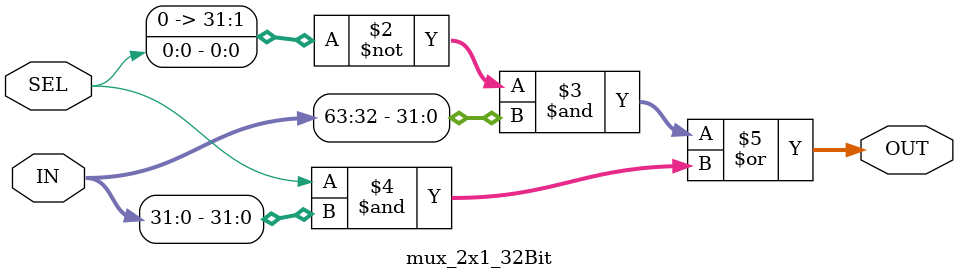
<source format=v>
`timescale 1ns / 1ps
module mux_2x1_32Bit(SEL, IN, OUT); 
    input SEL;
	 input [63:0] IN;
	 output [31:0]OUT;
	 
	 assign OUT = (~SEL&IN[63:32])|(SEL&IN[31:0]);
	 
endmodule 
</source>
